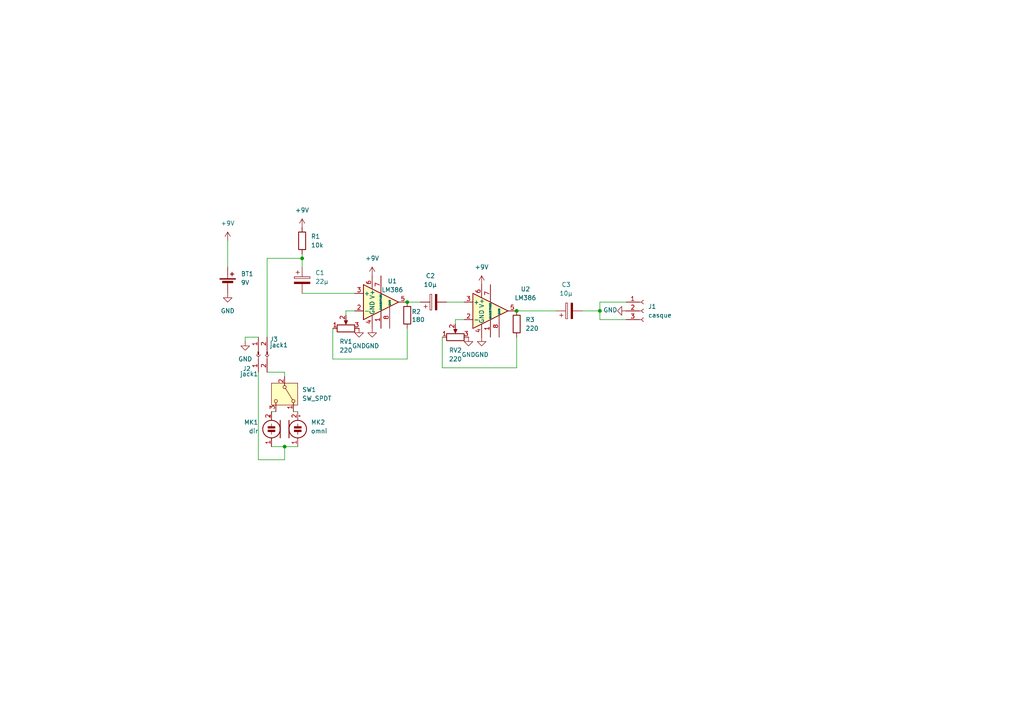
<source format=kicad_sch>
(kicad_sch (version 20231120) (generator "eeschema") (generator_version "8.0")
  (paper "A4")
  (lib_symbols
    (symbol "Amplifier_Audio:LM386" (pin_names (offset 0.127))
      (property "Reference" "U" (at 1.27 7.62 0))
      (property "Value" "LM386" (at 1.27 5.08 0))
      (symbol "LM386_0_1"
        (polyline (pts (xy 5.08 0) (xy -5.08 5.08) (xy -5.08 -5.08) (xy 5.08 0)) (stroke (width 0.254)) (fill (type background)))
      )
      (symbol "LM386_1_1"
        (pin input line (at 0 -7.62 90) (length 5.08) (name "GAIN") (number "1"))
        (pin input line (at -7.62 -2.54 0) (length 2.54) (name "-") (number "2"))
        (pin input line (at -7.62 2.54 0) (length 2.54) (name "+") (number "3"))
        (pin power_in line (at -2.54 -7.62 90) (length 3.81) (name "GND") (number "4"))
        (pin output line (at 7.62 0 180) (length 2.54) (name "~") (number "5"))
        (pin power_in line (at -2.54 7.62 270) (length 3.81) (name "V+") (number "6"))
        (pin input line (at 0 7.62 270) (length 5.08) (name "BYPASS") (number "7"))
        (pin input line (at 2.54 -7.62 90) (length 6.35) (name "GAIN") (number "8"))
      )
    )
    (symbol "Connector:Conn_01x02_Pin" (pin_names (offset 1.016) hide)
      (property "Reference" "J" (at 0 2.54 0))
      (property "Value" "Conn_01x02_Pin" (at 0 -5.08 0))
      (symbol "Conn_01x02_Pin_1_1"
        (polyline (pts (xy 1.27 -2.54) (xy 0.8636 -2.54)) (stroke (width 0.1524)))
        (polyline (pts (xy 1.27 0) (xy 0.8636 0)) (stroke (width 0.1524)))
        (rectangle (start 0.8636 -2.413) (end 0 -2.667) (stroke (width 0.1524)) (fill (type outline)))
        (rectangle (start 0.8636 0.127) (end 0 -0.127) (stroke (width 0.1524)) (fill (type outline)))
        (pin passive line (at 5.08 0 180) (length 3.81) (name "Pin_1") (number "1"))
        (pin passive line (at 5.08 -2.54 180) (length 3.81) (name "Pin_2") (number "2"))
      )
    )
    (symbol "Connector:Conn_01x02_Socket" (pin_names (offset 1.016) hide)
      (property "Reference" "J" (at 0 2.54 0))
      (property "Value" "Conn_01x02_Socket" (at 0 -5.08 0))
      (symbol "Conn_01x02_Socket_1_1"
        (arc (start 0 -2.032) (mid -0.5058 -2.54) (end 0 -3.048) (stroke (width 0.1524)))
        (polyline (pts (xy -1.27 -2.54) (xy -0.508 -2.54)) (stroke (width 0.1524)))
        (polyline (pts (xy -1.27 0) (xy -0.508 0)) (stroke (width 0.1524)))
        (arc (start 0 0.508) (mid -0.5058 0) (end 0 -0.508) (stroke (width 0.1524)))
        (pin passive line (at -5.08 0 0) (length 3.81) (name "Pin_1") (number "1"))
        (pin passive line (at -5.08 -2.54 0) (length 3.81) (name "Pin_2") (number "2"))
      )
    )
    (symbol "Connector:Conn_01x03_Socket" (pin_names (offset 1.016) hide)
      (property "Reference" "J" (at 0 5.08 0))
      (property "Value" "Conn_01x03_Socket" (at 0 -5.08 0))
      (symbol "Conn_01x03_Socket_1_1"
        (arc (start 0 -2.032) (mid -0.5058 -2.54) (end 0 -3.048) (stroke (width 0.1524)))
        (polyline (pts (xy -1.27 -2.54) (xy -0.508 -2.54)) (stroke (width 0.1524)))
        (polyline (pts (xy -1.27 0) (xy -0.508 0)) (stroke (width 0.1524)))
        (polyline (pts (xy -1.27 2.54) (xy -0.508 2.54)) (stroke (width 0.1524)))
        (arc (start 0 0.508) (mid -0.5058 0) (end 0 -0.508) (stroke (width 0.1524)))
        (arc (start 0 3.048) (mid -0.5058 2.54) (end 0 2.032) (stroke (width 0.1524)))
        (pin passive line (at -5.08 2.54 0) (length 3.81) (name "Pin_1") (number "1"))
        (pin passive line (at -5.08 0 0) (length 3.81) (name "Pin_2") (number "2"))
        (pin passive line (at -5.08 -2.54 0) (length 3.81) (name "Pin_3") (number "3"))
      )
    )
    (symbol "Device:Battery_Cell" (pin_numbers hide) (pin_names (offset 0) hide)
      (property "Reference" "BT" (at 2.54 2.54 0))
      (property "Value" "Battery_Cell" (at 2.54 0 0))
      (symbol "Battery_Cell_0_1"
        (rectangle (start -2.286 1.778) (end 2.286 1.524) (fill (type outline)))
        (rectangle (start -1.524 1.016) (end 1.524 0.508) (fill (type outline)))
        (polyline (pts (xy 0 0.762) (xy 0 0)))
        (polyline (pts (xy 0 1.778) (xy 0 2.54)))
        (polyline (pts (xy 0.762 3.048) (xy 1.778 3.048)) (stroke (width 0.254)))
        (polyline (pts (xy 1.27 3.556) (xy 1.27 2.54)) (stroke (width 0.254)))
      )
      (symbol "Battery_Cell_1_1"
        (pin passive line (at 0 5.08 270) (length 2.54) (name "+") (number "1"))
        (pin passive line (at 0 -2.54 90) (length 2.54) (name "-") (number "2"))
      )
    )
    (symbol "Device:C_Polarized" (pin_numbers hide) (pin_names (offset 0.254))
      (property "Reference" "C" (at 0.635 2.54 0))
      (property "Value" "C_Polarized" (at 0.635 -2.54 0))
      (symbol "C_Polarized_0_1"
        (rectangle (start -2.286 0.508) (end 2.286 1.016))
        (polyline (pts (xy -1.778 2.286) (xy -0.762 2.286)))
        (polyline (pts (xy -1.27 2.794) (xy -1.27 1.778)))
        (rectangle (start 2.286 -0.508) (end -2.286 -1.016) (fill (type outline)))
      )
      (symbol "C_Polarized_1_1"
        (pin passive line (at 0 3.81 270) (length 2.794) (name "~") (number "1"))
        (pin passive line (at 0 -3.81 90) (length 2.794) (name "~") (number "2"))
      )
    )
    (symbol "Device:Microphone_Condenser" (pin_names (offset 0.0254) hide)
      (property "Reference" "MK" (at -3.302 1.27 0))
      (property "Value" "Microphone_Condenser" (at -3.302 -0.635 0))
      (symbol "Microphone_Condenser_0_1"
        (polyline (pts (xy -2.54 2.54) (xy -2.54 -2.54)) (stroke (width 0.254)))
        (polyline (pts (xy 0 -0.762) (xy 0 -1.524)))
        (polyline (pts (xy 0 0.762) (xy 0 1.524)))
        (polyline (pts (xy 0.254 3.81) (xy 0.762 3.81)))
        (polyline (pts (xy 0.508 4.064) (xy 0.508 3.556)))
        (circle (center 0 0) (radius 2.54) (stroke (width 0.254)))
        (rectangle (start 1.016 -0.254) (end -1.016 -0.762) (fill (type outline)))
        (rectangle (start 1.016 0.762) (end -1.016 0.254) (fill (type outline)))
      )
      (symbol "Microphone_Condenser_1_1"
        (pin passive line (at 0 -5.08 90) (length 2.54) (name "-") (number "1"))
        (pin passive line (at 0 5.08 270) (length 2.54) (name "+") (number "2"))
      )
    )
    (symbol "Device:R" (pin_numbers hide) (pin_names (offset 0))
      (property "Reference" "R" (at 2.032 0 90))
      (property "Value" "R" (at 0 0 90))
      (symbol "R_0_1"
        (rectangle (start -1.016 -2.54) (end 1.016 2.54) (stroke (width 0.254)))
      )
      (symbol "R_1_1"
        (pin passive line (at 0 3.81 270) (length 1.27) (name "~") (number "1"))
        (pin passive line (at 0 -3.81 90) (length 1.27) (name "~") (number "2"))
      )
    )
    (symbol "Device:R_Potentiometer" (pin_names (offset 1.016) hide)
      (property "Reference" "RV" (at -4.445 0 90))
      (property "Value" "R_Potentiometer" (at -2.54 0 90))
      (symbol "R_Potentiometer_0_1"
        (polyline (pts (xy 2.54 0) (xy 1.524 0)))
        (polyline (pts (xy 1.143 0) (xy 2.286 0.508) (xy 2.286 -0.508) (xy 1.143 0)) (fill (type outline)))
        (rectangle (start 1.016 2.54) (end -1.016 -2.54) (stroke (width 0.254)))
      )
      (symbol "R_Potentiometer_1_1"
        (pin passive line (at 0 3.81 270) (length 1.27) (name "1") (number "1"))
        (pin passive line (at 3.81 0 180) (length 1.27) (name "2") (number "2"))
        (pin passive line (at 0 -3.81 90) (length 1.27) (name "3") (number "3"))
      )
    )
    (symbol "Switch:SW_SPDT" (pin_names (offset 0) hide)
      (property "Reference" "SW" (at 0 5.08 0))
      (property "Value" "SW_SPDT" (at 0 -5.08 0))
      (symbol "SW_SPDT_0_1"
        (circle (center -2.032 0) (radius 0.4572))
        (polyline (pts (xy -1.651 0.254) (xy 1.651 2.286)))
        (circle (center 2.032 -2.54) (radius 0.4572))
        (circle (center 2.032 2.54) (radius 0.4572))
      )
      (symbol "SW_SPDT_1_1"
        (rectangle (start -3.175 3.81) (end 3.175 -3.81) (fill (type background)))
        (pin passive line (at 5.08 2.54 180) (length 2.54) (name "A") (number "1"))
        (pin passive line (at -5.08 0 0) (length 2.54) (name "B") (number "2"))
        (pin passive line (at 5.08 -2.54 180) (length 2.54) (name "C") (number "3"))
      )
    )
    (symbol "power:+9V" (power) (pin_numbers hide) (pin_names (offset 0) hide)
      (property "Value" "+9V" (at 0 3.556 0))
      (symbol "+9V_0_1"
        (polyline (pts (xy -0.762 1.27) (xy 0 2.54)))
        (polyline (pts (xy 0 0) (xy 0 2.54)))
        (polyline (pts (xy 0 2.54) (xy 0.762 1.27)))
      )
      (symbol "+9V_1_1"
        (pin power_in line (at 0 0 90) (length 0) (name "~") (number "1"))
      )
    )
    (symbol "power:GND" (power) (pin_numbers hide) (pin_names (offset 0) hide)
      (property "Value" "GND" (at 0 -3.81 0))
      (symbol "GND_0_1"
        (polyline (pts (xy 0 0) (xy 0 -1.27) (xy 1.27 -1.27) (xy 0 -2.54) (xy -1.27 -1.27) (xy 0 -1.27)))
      )
      (symbol "GND_1_1"
        (pin power_in line (at 0 0 270) (length 0) (name "~") (number "1"))
      )
    )
  )
  (junction (at 118.11 87.63))
  (junction (at 173.99 90.17))
  (junction (at 149.86 90.17))
  (junction (at 87.63 74.93))
  (junction (at 82.55 129.54))
  (wire (pts (xy 96.52 104.14) (xy 96.52 95.25)))
  (wire (pts (xy 118.11 95.25) (xy 118.11 104.14)))
  (wire (pts (xy 74.93 133.35) (xy 82.55 133.35)))
  (wire (pts (xy 85.09 119.38) (xy 86.36 119.38)))
  (wire (pts (xy 66.04 69.85) (xy 66.04 77.47)))
  (wire (pts (xy 173.99 90.17) (xy 173.99 87.63)))
  (wire (pts (xy 134.62 92.71) (xy 132.08 92.71)))
  (wire (pts (xy 128.27 106.68) (xy 128.27 97.79)))
  (wire (pts (xy 74.93 97.79) (xy 71.12 97.79)))
  (wire (pts (xy 129.54 87.63) (xy 134.62 87.63)))
  (wire (pts (xy 77.47 97.79) (xy 77.47 74.93)))
  (wire (pts (xy 118.11 87.63) (xy 121.92 87.63)))
  (wire (pts (xy 78.74 129.54) (xy 82.55 129.54)))
  (wire (pts (xy 100.33 90.17) (xy 100.33 91.44)))
  (wire (pts (xy 181.61 92.71) (xy 173.99 92.71)))
  (wire (pts (xy 87.63 73.66) (xy 87.63 74.93)))
  (wire (pts (xy 173.99 92.71) (xy 173.99 90.17)))
  (wire (pts (xy 82.55 129.54) (xy 86.36 129.54)))
  (wire (pts (xy 82.55 133.35) (xy 82.55 129.54)))
  (wire (pts (xy 87.63 85.09) (xy 102.87 85.09)))
  (wire (pts (xy 149.86 97.79) (xy 149.86 106.68)))
  (wire (pts (xy 168.91 90.17) (xy 173.99 90.17)))
  (wire (pts (xy 173.99 87.63) (xy 181.61 87.63)))
  (wire (pts (xy 80.01 119.38) (xy 78.74 119.38)))
  (wire (pts (xy 149.86 90.17) (xy 161.29 90.17)))
  (wire (pts (xy 102.87 90.17) (xy 100.33 90.17)))
  (wire (pts (xy 74.93 107.95) (xy 74.93 133.35)))
  (wire (pts (xy 71.12 97.79) (xy 71.12 99.06)))
  (wire (pts (xy 118.11 104.14) (xy 96.52 104.14)))
  (wire (pts (xy 77.47 107.95) (xy 82.55 107.95)))
  (wire (pts (xy 77.47 74.93) (xy 87.63 74.93)))
  (wire (pts (xy 149.86 106.68) (xy 128.27 106.68)))
  (wire (pts (xy 132.08 92.71) (xy 132.08 93.98)))
  (wire (pts (xy 87.63 74.93) (xy 87.63 77.47)))
  (wire (pts (xy 82.55 107.95) (xy 82.55 109.22)))
  (symbol (lib_id "Device:C_Polarized") (at 165.1 90.17 90) (unit 1)
    (property "Reference" "C3" (at 164.211 82.55 90))
    (property "Value" "10µ" (at 164.211 85.09 90))
    (property "Footprint" "Capacitor_THT:CP_Radial_D6.3mm_P2.50mm" (effects (hide yes)))
    (property "Description" "Polarized capacitor" (effects (hide yes)))
  )
  (symbol (lib_id "power:GND") (at 104.14 95.25 0) (unit 1)
    (property "Reference" "#PWR09" (effects (hide yes)))
    (property "Value" "GND" (at 104.14 100.33 0))
    (property "Description" "Power symbol creates a global label with name \"GND\" , ground" (effects (hide yes)))
  )
  (symbol (lib_id "Device:R") (at 118.11 91.44 0) (unit 1)
    (property "Reference" "R2" (at 119.38 90.424 0) (effects (justify left)))
    (property "Value" "180" (at 119.38 92.71 0) (effects (justify left)))
    (property "Footprint" "Resistor_THT:R_Axial_DIN0204_L3.6mm_D1.6mm_P7.62mm_Horizontal" (effects (hide yes)))
    (property "Description" "Resistor" (effects (hide yes)))
  )
  (symbol (lib_id "power:+9V") (at 66.04 69.85 0) (unit 1)
    (property "Reference" "#PWR01" (effects (hide yes)))
    (property "Value" "+9V" (at 66.04 64.77 0))
    (property "Description" "Power symbol creates a global label with name \"+9V\"" (effects (hide yes)))
  )
  (symbol (lib_id "Connector:Conn_01x03_Socket") (at 186.69 90.17 0) (unit 1)
    (property "Reference" "J1" (at 187.96 88.8999 0) (effects (justify left)))
    (property "Value" "casque" (at 187.96 91.4399 0) (effects (justify left)))
    (property "Footprint" "Connector_PinHeader_2.54mm:PinHeader_1x03_P2.54mm_Vertical" (effects (hide yes)))
    (property "Description" "Generic connector, single row, 01x03, script generated" (effects (hide yes)))
  )
  (symbol (lib_id "Switch:SW_SPDT") (at 82.55 114.3 270) (unit 1)
    (property "Reference" "SW1" (at 87.63 113.0299 90) (effects (justify left)))
    (property "Value" "SW_SPDT" (at 87.63 115.5699 90) (effects (justify left)))
    (property "Footprint" "Connector_PinHeader_2.54mm:PinHeader_1x02_P2.54mm_Vertical" (effects (hide yes)))
    (property "Description" "Switch, single pole double throw" (effects (hide yes)))
  )
  (symbol (lib_id "Device:R_Potentiometer") (at 100.33 95.25 90) (unit 1)
    (property "Reference" "RV1" (at 100.33 99.06 90))
    (property "Value" "220" (at 100.33 101.6 90))
    (property "Footprint" "Connector_PinHeader_2.54mm:PinHeader_1x03_P2.54mm_Vertical" (effects (hide yes)))
    (property "Description" "Potentiometer" (effects (hide yes)))
  )
  (symbol (lib_id "Amplifier_Audio:LM386") (at 142.24 90.17 0) (unit 1)
    (property "Reference" "U2" (at 152.4 83.8514 0))
    (property "Value" "LM386" (at 152.4 86.3914 0))
    (property "Footprint" "Package_DIP:DIP-8_W7.62mm_Socket_LongPads" (effects (hide yes)))
    (property "Datasheet" "http://www.ti.com/lit/ds/symlink/lm386.pdf" (effects (hide yes)))
    (property "Description" "Low Voltage Audio Power Amplifier, DIP-8/SOIC-8/SSOP-8" (effects (hide yes)))
  )
  (symbol (lib_id "Device:R") (at 149.86 93.98 0) (unit 1)
    (property "Reference" "R3" (at 152.4 92.7099 0) (effects (justify left)))
    (property "Value" "220" (at 152.4 95.2499 0) (effects (justify left)))
    (property "Footprint" "Resistor_THT:R_Axial_DIN0204_L3.6mm_D1.6mm_P7.62mm_Horizontal" (effects (hide yes)))
    (property "Description" "Resistor" (effects (hide yes)))
  )
  (symbol (lib_id "Device:Microphone_Condenser") (at 86.36 124.46 0) (unit 1)
    (property "Reference" "MK2" (at 90.17 122.4914 0) (effects (justify left)))
    (property "Value" "omni" (at 90.17 125.0314 0) (effects (justify left)))
    (property "Footprint" "Connector_PinHeader_2.54mm:PinHeader_1x02_P2.54mm_Vertical" (effects (hide yes)))
    (property "Description" "Condenser microphone" (effects (hide yes)))
  )
  (symbol (lib_id "power:GND") (at 71.12 99.06 0) (unit 1)
    (property "Reference" "#PWR07" (effects (hide yes)))
    (property "Value" "GND" (at 71.12 104.14 0))
    (property "Description" "Power symbol creates a global label with name \"GND\" , ground" (effects (hide yes)))
  )
  (symbol (lib_id "Device:R") (at 87.63 69.85 180) (unit 1)
    (property "Reference" "R1" (at 90.17 68.5799 0) (effects (justify right)))
    (property "Value" "10k" (at 90.17 71.1199 0) (effects (justify right)))
    (property "Footprint" "Resistor_THT:R_Axial_DIN0204_L3.6mm_D1.6mm_P7.62mm_Horizontal" (effects (hide yes)))
    (property "Description" "Resistor" (effects (hide yes)))
  )
  (symbol (lib_id "Device:Battery_Cell") (at 66.04 82.55 0) (unit 1)
    (property "Reference" "BT1" (at 69.85 79.4384 0) (effects (justify left)))
    (property "Value" "9V" (at 69.85 81.9784 0) (effects (justify left)))
    (property "Footprint" "Connector_PinHeader_2.54mm:PinHeader_1x02_P2.54mm_Vertical" (effects (hide yes)))
    (property "Description" "Single-cell battery" (effects (hide yes)))
  )
  (symbol (lib_id "Device:C_Polarized") (at 87.63 81.28 0) (unit 1)
    (property "Reference" "C1" (at 91.44 79.1209 0) (effects (justify left)))
    (property "Value" "22µ" (at 91.44 81.6609 0) (effects (justify left)))
    (property "Footprint" "Capacitor_THT:CP_Radial_D6.3mm_P2.50mm" (effects (hide yes)))
    (property "Description" "Polarized capacitor" (effects (hide yes)))
  )
  (symbol (lib_id "power:GND") (at 139.7 97.79 0) (unit 1)
    (property "Reference" "#PWR04" (effects (hide yes)))
    (property "Value" "GND" (at 139.7 102.87 0))
    (property "Description" "Power symbol creates a global label with name \"GND\" , ground" (effects (hide yes)))
  )
  (symbol (lib_id "power:GND") (at 66.04 85.09 0) (unit 1)
    (property "Reference" "#PWR02" (effects (hide yes)))
    (property "Value" "GND" (at 66.04 90.17 0))
    (property "Description" "Power symbol creates a global label with name \"GND\" , ground" (effects (hide yes)))
  )
  (symbol (lib_id "power:+9V") (at 87.63 66.04 0) (unit 1)
    (property "Reference" "#PWR08" (effects (hide yes)))
    (property "Value" "+9V" (at 87.63 60.96 0))
    (property "Description" "Power symbol creates a global label with name \"+9V\"" (effects (hide yes)))
  )
  (symbol (lib_id "power:GND") (at 107.95 95.25 0) (unit 1)
    (property "Reference" "#PWR03" (effects (hide yes)))
    (property "Value" "GND" (at 107.95 100.33 0))
    (property "Description" "Power symbol creates a global label with name \"GND\" , ground" (effects (hide yes)))
  )
  (symbol (lib_id "Device:Microphone_Condenser") (at 78.74 124.46 0) (mirror y) (unit 1)
    (property "Reference" "MK1" (at 74.93 122.4914 0) (effects (justify left)))
    (property "Value" "dir" (at 74.93 125.0314 0) (effects (justify left)))
    (property "Footprint" "Connector_PinHeader_2.54mm:PinHeader_1x02_P2.54mm_Vertical" (effects (hide yes)))
    (property "Description" "Condenser microphone" (effects (hide yes)))
  )
  (symbol (lib_id "Connector:Conn_01x02_Socket") (at 74.93 102.87 90) (unit 1)
    (property "Reference" "J2" (at 70.358 106.934 90) (effects (justify right)))
    (property "Value" "jack1" (at 69.596 108.458 90) (effects (justify right)))
    (property "Footprint" "Connector_PinHeader_2.54mm:PinHeader_1x02_P2.54mm_Vertical" (effects (hide yes)))
    (property "Description" "Generic connector, single row, 01x02, script generated" (effects (hide yes)))
  )
  (symbol (lib_id "Connector:Conn_01x02_Pin") (at 74.93 102.87 90) (unit 1)
    (property "Reference" "J3" (at 78.232 98.4249 90) (effects (justify right)))
    (property "Value" "jack1" (at 78.232 100.076 90) (effects (justify right)))
    (property "Footprint" "Connector_PinHeader_2.54mm:PinHeader_1x02_P2.54mm_Vertical" (effects (hide yes)))
    (property "Description" "Generic connector, single row, 01x02, script generated" (effects (hide yes)))
  )
  (symbol (lib_id "Device:R_Potentiometer") (at 132.08 97.79 90) (unit 1)
    (property "Reference" "RV2" (at 132.08 101.6 90))
    (property "Value" "220" (at 132.08 104.14 90))
    (property "Footprint" "Connector_PinHeader_2.54mm:PinHeader_1x03_P2.54mm_Vertical" (effects (hide yes)))
    (property "Description" "Potentiometer" (effects (hide yes)))
  )
  (symbol (lib_id "Device:C_Polarized") (at 125.73 87.63 90) (unit 1)
    (property "Reference" "C2" (at 124.841 80.01 90))
    (property "Value" "10µ" (at 124.841 82.55 90))
    (property "Footprint" "Capacitor_THT:CP_Radial_D6.3mm_P2.50mm" (effects (hide yes)))
    (property "Description" "Polarized capacitor" (effects (hide yes)))
  )
  (symbol (lib_id "power:GND") (at 181.61 90.17 270) (unit 1)
    (property "Reference" "#PWR011" (effects (hide yes)))
    (property "Value" "GND" (at 179.07 89.916 90) (effects (justify right)))
    (property "Description" "Power symbol creates a global label with name \"GND\" , ground" (effects (hide yes)))
  )
  (symbol (lib_id "Amplifier_Audio:LM386") (at 110.49 87.63 0) (unit 1)
    (property "Reference" "U1" (at 113.792 81.534 0))
    (property "Value" "LM386" (at 113.792 84.074 0))
    (property "Footprint" "Package_DIP:DIP-8_W7.62mm_Socket_LongPads" (effects (hide yes)))
    (property "Datasheet" "http://www.ti.com/lit/ds/symlink/lm386.pdf" (effects (hide yes)))
    (property "Description" "Low Voltage Audio Power Amplifier, DIP-8/SOIC-8/SSOP-8" (effects (hide yes)))
  )
  (symbol (lib_id "power:GND") (at 135.89 97.79 0) (unit 1)
    (property "Reference" "#PWR010" (effects (hide yes)))
    (property "Value" "GND" (at 135.89 102.87 0))
    (property "Description" "Power symbol creates a global label with name \"GND\" , ground" (effects (hide yes)))
  )
  (symbol (lib_id "power:+9V") (at 107.95 80.01 0) (unit 1)
    (property "Reference" "#PWR05" (effects (hide yes)))
    (property "Value" "+9V" (at 107.95 74.93 0))
    (property "Description" "Power symbol creates a global label with name \"+9V\"" (effects (hide yes)))
  )
  (symbol (lib_id "power:+9V") (at 139.7 82.55 0) (unit 1)
    (property "Reference" "#PWR06" (effects (hide yes)))
    (property "Value" "+9V" (at 139.7 77.47 0))
    (property "Description" "Power symbol creates a global label with name \"+9V\"" (effects (hide yes)))
  )
)
</source>
